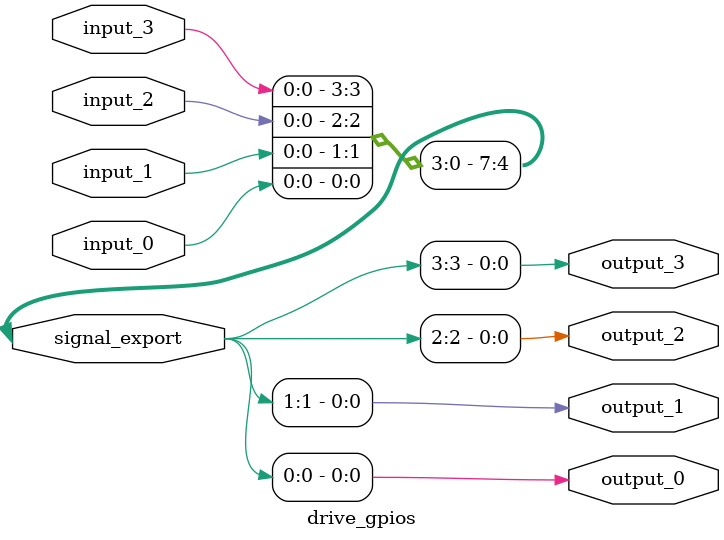
<source format=v>
`timescale 1ns / 1ps


module drive_gpios(
    
    input input_0,
    input input_1,
    input input_2,
    input input_3,
    
    output output_0,
    output output_1,
    output output_2,
    output output_3,
    
    inout [7:0] signal_export
    
    );
    
    
    assign signal_export = { input_3,input_2,input_1,input_0,output_3,output_2,output_1,output_0 };
    
    
    
endmodule

</source>
